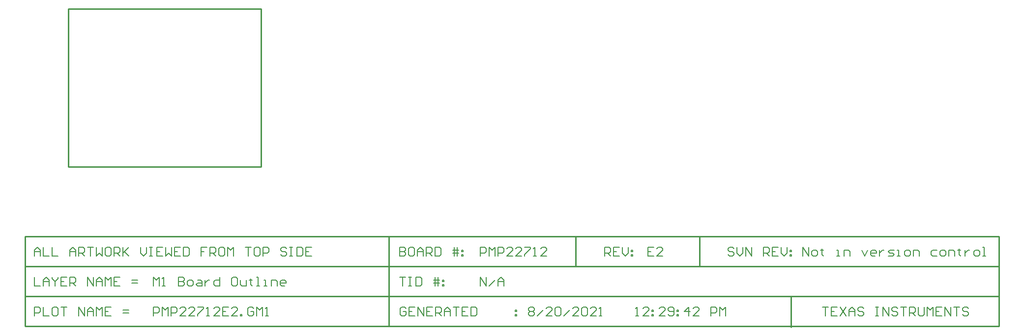
<source format=gm1>
G04*
G04 #@! TF.GenerationSoftware,Altium Limited,Altium Designer,21.6.1 (37)*
G04*
G04 Layer_Color=16711935*
%FSAX44Y44*%
%MOMM*%
G71*
G04*
G04 #@! TF.SameCoordinates,618BDD94-0BF2-4233-98CF-319708F98917*
G04*
G04*
G04 #@! TF.FilePolarity,Positive*
G04*
G01*
G75*
%ADD15C,0.2032*%
%ADD17C,0.2540*%
G54D15*
X00322326Y00171579D02*
Y00186814D01*
X00327404Y00181735D01*
X00332483Y00186814D01*
Y00171579D01*
X00337561D02*
X00342639D01*
X00340100D01*
Y00186814D01*
X00337561Y00184275D01*
X00365492Y00186814D02*
Y00171579D01*
X00373110D01*
X00375649Y00174118D01*
Y00176657D01*
X00373110Y00179196D01*
X00365492D01*
X00373110D01*
X00375649Y00181735D01*
Y00184275D01*
X00373110Y00186814D01*
X00365492D01*
X00383266Y00171579D02*
X00388345D01*
X00390884Y00174118D01*
Y00179196D01*
X00388345Y00181735D01*
X00383266D01*
X00380727Y00179196D01*
Y00174118D01*
X00383266Y00171579D01*
X00398501Y00181735D02*
X00403580D01*
X00406119Y00179196D01*
Y00171579D01*
X00398501D01*
X00395962Y00174118D01*
X00398501Y00176657D01*
X00406119D01*
X00411197Y00181735D02*
Y00171579D01*
Y00176657D01*
X00413736Y00179196D01*
X00416276Y00181735D01*
X00418815D01*
X00436589Y00186814D02*
Y00171579D01*
X00428971D01*
X00426432Y00174118D01*
Y00179196D01*
X00428971Y00181735D01*
X00436589D01*
X00464520Y00186814D02*
X00459442D01*
X00456903Y00184275D01*
Y00174118D01*
X00459442Y00171579D01*
X00464520D01*
X00467059Y00174118D01*
Y00184275D01*
X00464520Y00186814D01*
X00472137Y00181735D02*
Y00174118D01*
X00474677Y00171579D01*
X00482294D01*
Y00181735D01*
X00489912Y00184275D02*
Y00181735D01*
X00487373D01*
X00492451D01*
X00489912D01*
Y00174118D01*
X00492451Y00171579D01*
X00500069D02*
X00505147D01*
X00502608D01*
Y00186814D01*
X00500069D01*
X00512764Y00171579D02*
X00517843D01*
X00515304D01*
Y00181735D01*
X00512764D01*
X00525460Y00171579D02*
Y00181735D01*
X00533078D01*
X00535617Y00179196D01*
Y00171579D01*
X00548313D02*
X00543234D01*
X00540695Y00174118D01*
Y00179196D01*
X00543234Y00181735D01*
X00548313D01*
X00550852Y00179196D01*
Y00176657D01*
X00540695D01*
X01441196Y00223097D02*
Y00238332D01*
X01451353Y00223097D01*
Y00238332D01*
X01458970Y00223097D02*
X01464049D01*
X01466588Y00225636D01*
Y00230714D01*
X01464049Y00233253D01*
X01458970D01*
X01456431Y00230714D01*
Y00225636D01*
X01458970Y00223097D01*
X01474205Y00235793D02*
Y00233253D01*
X01471666D01*
X01476745D01*
X01474205D01*
Y00225636D01*
X01476745Y00223097D01*
X01499597D02*
X01504675D01*
X01502136D01*
Y00233253D01*
X01499597D01*
X01512293Y00223097D02*
Y00233253D01*
X01519910D01*
X01522450Y00230714D01*
Y00223097D01*
X01542763Y00233253D02*
X01547841Y00223097D01*
X01552920Y00233253D01*
X01565616Y00223097D02*
X01560537D01*
X01557998Y00225636D01*
Y00230714D01*
X01560537Y00233253D01*
X01565616D01*
X01568155Y00230714D01*
Y00228175D01*
X01557998D01*
X01573233Y00233253D02*
Y00223097D01*
Y00228175D01*
X01575773Y00230714D01*
X01578312Y00233253D01*
X01580851D01*
X01588468Y00223097D02*
X01596086D01*
X01598625Y00225636D01*
X01596086Y00228175D01*
X01591008D01*
X01588468Y00230714D01*
X01591008Y00233253D01*
X01598625D01*
X01603703Y00223097D02*
X01608782D01*
X01606243D01*
Y00233253D01*
X01603703D01*
X01618938Y00223097D02*
X01624017D01*
X01626556Y00225636D01*
Y00230714D01*
X01624017Y00233253D01*
X01618938D01*
X01616399Y00230714D01*
Y00225636D01*
X01618938Y00223097D01*
X01631634D02*
Y00233253D01*
X01639252D01*
X01641791Y00230714D01*
Y00223097D01*
X01672261Y00233253D02*
X01664644D01*
X01662104Y00230714D01*
Y00225636D01*
X01664644Y00223097D01*
X01672261D01*
X01679879D02*
X01684957D01*
X01687496Y00225636D01*
Y00230714D01*
X01684957Y00233253D01*
X01679879D01*
X01677340Y00230714D01*
Y00225636D01*
X01679879Y00223097D01*
X01692575D02*
Y00233253D01*
X01700192D01*
X01702731Y00230714D01*
Y00223097D01*
X01710349Y00235793D02*
Y00233253D01*
X01707810D01*
X01712888D01*
X01710349D01*
Y00225636D01*
X01712888Y00223097D01*
X01720506Y00233253D02*
Y00223097D01*
Y00228175D01*
X01723045Y00230714D01*
X01725584Y00233253D01*
X01728123D01*
X01738280Y00223097D02*
X01743358D01*
X01745897Y00225636D01*
Y00230714D01*
X01743358Y00233253D01*
X01738280D01*
X01735741Y00230714D01*
Y00225636D01*
X01738280Y00223097D01*
X01750976D02*
X01756054D01*
X01753515D01*
Y00238332D01*
X01750976D01*
X01322829Y00235793D02*
X01320289Y00238332D01*
X01315211D01*
X01312672Y00235793D01*
Y00233253D01*
X01315211Y00230714D01*
X01320289D01*
X01322829Y00228175D01*
Y00225636D01*
X01320289Y00223097D01*
X01315211D01*
X01312672Y00225636D01*
X01327907Y00238332D02*
Y00228175D01*
X01332985Y00223097D01*
X01338064Y00228175D01*
Y00238332D01*
X01343142Y00223097D02*
Y00238332D01*
X01353299Y00223097D01*
Y00238332D01*
X01373612Y00223097D02*
Y00238332D01*
X01381230D01*
X01383769Y00235793D01*
Y00230714D01*
X01381230Y00228175D01*
X01373612D01*
X01378691D02*
X01383769Y00223097D01*
X01399004Y00238332D02*
X01388847D01*
Y00223097D01*
X01399004D01*
X01388847Y00230714D02*
X01393926D01*
X01404082Y00238332D02*
Y00228175D01*
X01409161Y00223097D01*
X01414239Y00228175D01*
Y00238332D01*
X01419317Y00233253D02*
X01421857D01*
Y00230714D01*
X01419317D01*
Y00233253D01*
Y00225636D02*
X01421857D01*
Y00223097D01*
X01419317D01*
Y00225636D01*
X01099820Y00223097D02*
Y00238332D01*
X01107438D01*
X01109977Y00235793D01*
Y00230714D01*
X01107438Y00228175D01*
X01099820D01*
X01104898D02*
X01109977Y00223097D01*
X01125212Y00238332D02*
X01115055D01*
Y00223097D01*
X01125212D01*
X01115055Y00230714D02*
X01120133D01*
X01130290Y00238332D02*
Y00228175D01*
X01135368Y00223097D01*
X01140447Y00228175D01*
Y00238332D01*
X01145525Y00233253D02*
X01148064D01*
Y00230714D01*
X01145525D01*
Y00233253D01*
Y00225636D02*
X01148064D01*
Y00223097D01*
X01145525D01*
Y00225636D01*
X00322326Y00119295D02*
Y00134530D01*
X00329944D01*
X00332483Y00131991D01*
Y00126912D01*
X00329944Y00124373D01*
X00322326D01*
X00337561Y00119295D02*
Y00134530D01*
X00342639Y00129452D01*
X00347718Y00134530D01*
Y00119295D01*
X00352796D02*
Y00134530D01*
X00360414D01*
X00362953Y00131991D01*
Y00126912D01*
X00360414Y00124373D01*
X00352796D01*
X00378188Y00119295D02*
X00368031D01*
X00378188Y00129452D01*
Y00131991D01*
X00375649Y00134530D01*
X00370570D01*
X00368031Y00131991D01*
X00393423Y00119295D02*
X00383266D01*
X00393423Y00129452D01*
Y00131991D01*
X00390884Y00134530D01*
X00385806D01*
X00383266Y00131991D01*
X00398501Y00134530D02*
X00408658D01*
Y00131991D01*
X00398501Y00121834D01*
Y00119295D01*
X00413736D02*
X00418815D01*
X00416276D01*
Y00134530D01*
X00413736Y00131991D01*
X00436589Y00119295D02*
X00426432D01*
X00436589Y00129452D01*
Y00131991D01*
X00434050Y00134530D01*
X00428971D01*
X00426432Y00131991D01*
X00451824Y00134530D02*
X00441667D01*
Y00119295D01*
X00451824D01*
X00441667Y00126912D02*
X00446746D01*
X00467059Y00119295D02*
X00456903D01*
X00467059Y00129452D01*
Y00131991D01*
X00464520Y00134530D01*
X00459442D01*
X00456903Y00131991D01*
X00472137Y00119295D02*
Y00121834D01*
X00474677D01*
Y00119295D01*
X00472137D01*
X00494990Y00131991D02*
X00492451Y00134530D01*
X00487373D01*
X00484833Y00131991D01*
Y00121834D01*
X00487373Y00119295D01*
X00492451D01*
X00494990Y00121834D01*
Y00126912D01*
X00489912D01*
X00500069Y00119295D02*
Y00134530D01*
X00505147Y00129452D01*
X00510225Y00134530D01*
Y00119295D01*
X00515304D02*
X00520382D01*
X00517843D01*
Y00134530D01*
X00515304Y00131991D01*
X00968121D02*
X00970660Y00134530D01*
X00975739D01*
X00978278Y00131991D01*
Y00129452D01*
X00975739Y00126912D01*
X00978278Y00124373D01*
Y00121834D01*
X00975739Y00119295D01*
X00970660D01*
X00968121Y00121834D01*
Y00124373D01*
X00970660Y00126912D01*
X00968121Y00129452D01*
Y00131991D01*
X00970660Y00126912D02*
X00975739D01*
X00983356Y00119295D02*
X00993513Y00129452D01*
X01008748Y00119295D02*
X00998591D01*
X01008748Y00129452D01*
Y00131991D01*
X01006209Y00134530D01*
X01001130D01*
X00998591Y00131991D01*
X01013826D02*
X01016365Y00134530D01*
X01021444D01*
X01023983Y00131991D01*
Y00121834D01*
X01021444Y00119295D01*
X01016365D01*
X01013826Y00121834D01*
Y00131991D01*
X01029061Y00119295D02*
X01039218Y00129452D01*
X01054453Y00119295D02*
X01044296D01*
X01054453Y00129452D01*
Y00131991D01*
X01051914Y00134530D01*
X01046835D01*
X01044296Y00131991D01*
X01059531D02*
X01062071Y00134530D01*
X01067149D01*
X01069688Y00131991D01*
Y00121834D01*
X01067149Y00119295D01*
X01062071D01*
X01059531Y00121834D01*
Y00131991D01*
X01084923Y00119295D02*
X01074766D01*
X01084923Y00129452D01*
Y00131991D01*
X01082384Y00134530D01*
X01077306D01*
X01074766Y00131991D01*
X01090002Y00119295D02*
X01095080D01*
X01092541D01*
Y00134530D01*
X01090002Y00131991D01*
X00757425D02*
X00754885Y00134530D01*
X00749807D01*
X00747268Y00131991D01*
Y00121834D01*
X00749807Y00119295D01*
X00754885D01*
X00757425Y00121834D01*
Y00126912D01*
X00752346D01*
X00772660Y00134530D02*
X00762503D01*
Y00119295D01*
X00772660D01*
X00762503Y00126912D02*
X00767581D01*
X00777738Y00119295D02*
Y00134530D01*
X00787895Y00119295D01*
Y00134530D01*
X00803130D02*
X00792973D01*
Y00119295D01*
X00803130D01*
X00792973Y00126912D02*
X00798052D01*
X00808208Y00119295D02*
Y00134530D01*
X00815826D01*
X00818365Y00131991D01*
Y00126912D01*
X00815826Y00124373D01*
X00808208D01*
X00813287D02*
X00818365Y00119295D01*
X00823443D02*
Y00129452D01*
X00828522Y00134530D01*
X00833600Y00129452D01*
Y00119295D01*
Y00126912D01*
X00823443D01*
X00838678Y00134530D02*
X00848835D01*
X00843757D01*
Y00119295D01*
X00864070Y00134530D02*
X00853913D01*
Y00119295D01*
X00864070D01*
X00853913Y00126912D02*
X00858992D01*
X00869149Y00134530D02*
Y00119295D01*
X00876766D01*
X00879305Y00121834D01*
Y00131991D01*
X00876766Y00134530D01*
X00869149D01*
X00945324Y00129452D02*
X00947863D01*
Y00126912D01*
X00945324D01*
Y00129452D01*
Y00121834D02*
X00947863D01*
Y00119295D01*
X00945324D01*
Y00121834D01*
X00117729Y00223097D02*
Y00233253D01*
X00122807Y00238332D01*
X00127886Y00233253D01*
Y00223097D01*
Y00230714D01*
X00117729D01*
X00132964Y00238332D02*
Y00223097D01*
X00143121D01*
X00148199Y00238332D02*
Y00223097D01*
X00158356D01*
X00178669D02*
Y00233253D01*
X00183748Y00238332D01*
X00188826Y00233253D01*
Y00223097D01*
Y00230714D01*
X00178669D01*
X00193904Y00223097D02*
Y00238332D01*
X00201522D01*
X00204061Y00235793D01*
Y00230714D01*
X00201522Y00228175D01*
X00193904D01*
X00198983D02*
X00204061Y00223097D01*
X00209139Y00238332D02*
X00219296D01*
X00214218D01*
Y00223097D01*
X00224375Y00238332D02*
Y00223097D01*
X00229453Y00228175D01*
X00234531Y00223097D01*
Y00238332D01*
X00247227D02*
X00242149D01*
X00239610Y00235793D01*
Y00225636D01*
X00242149Y00223097D01*
X00247227D01*
X00249766Y00225636D01*
Y00235793D01*
X00247227Y00238332D01*
X00254845Y00223097D02*
Y00238332D01*
X00262462D01*
X00265001Y00235793D01*
Y00230714D01*
X00262462Y00228175D01*
X00254845D01*
X00259923D02*
X00265001Y00223097D01*
X00270080Y00238332D02*
Y00223097D01*
Y00228175D01*
X00280236Y00238332D01*
X00272619Y00230714D01*
X00280236Y00223097D01*
X00300550Y00238332D02*
Y00228175D01*
X00305628Y00223097D01*
X00310707Y00228175D01*
Y00238332D01*
X00315785D02*
X00320863D01*
X00318324D01*
Y00223097D01*
X00315785D01*
X00320863D01*
X00338638Y00238332D02*
X00328481D01*
Y00223097D01*
X00338638D01*
X00328481Y00230714D02*
X00333559D01*
X00343716Y00238332D02*
Y00223097D01*
X00348794Y00228175D01*
X00353873Y00223097D01*
Y00238332D01*
X00369108D02*
X00358951D01*
Y00223097D01*
X00369108D01*
X00358951Y00230714D02*
X00364029D01*
X00374186Y00238332D02*
Y00223097D01*
X00381804D01*
X00384343Y00225636D01*
Y00235793D01*
X00381804Y00238332D01*
X00374186D01*
X00414813D02*
X00404656D01*
Y00230714D01*
X00409734D01*
X00404656D01*
Y00223097D01*
X00419891D02*
Y00238332D01*
X00427509D01*
X00430048Y00235793D01*
Y00230714D01*
X00427509Y00228175D01*
X00419891D01*
X00424970D02*
X00430048Y00223097D01*
X00442744Y00238332D02*
X00437665D01*
X00435126Y00235793D01*
Y00225636D01*
X00437665Y00223097D01*
X00442744D01*
X00445283Y00225636D01*
Y00235793D01*
X00442744Y00238332D01*
X00450361Y00223097D02*
Y00238332D01*
X00455440Y00233253D01*
X00460518Y00238332D01*
Y00223097D01*
X00480832Y00238332D02*
X00490988D01*
X00485910D01*
Y00223097D01*
X00503684Y00238332D02*
X00498606D01*
X00496067Y00235793D01*
Y00225636D01*
X00498606Y00223097D01*
X00503684D01*
X00506223Y00225636D01*
Y00235793D01*
X00503684Y00238332D01*
X00511302Y00223097D02*
Y00238332D01*
X00518919D01*
X00521458Y00235793D01*
Y00230714D01*
X00518919Y00228175D01*
X00511302D01*
X00551929Y00235793D02*
X00549389Y00238332D01*
X00544311D01*
X00541772Y00235793D01*
Y00233253D01*
X00544311Y00230714D01*
X00549389D01*
X00551929Y00228175D01*
Y00225636D01*
X00549389Y00223097D01*
X00544311D01*
X00541772Y00225636D01*
X00557007Y00238332D02*
X00562085D01*
X00559546D01*
Y00223097D01*
X00557007D01*
X00562085D01*
X00569703Y00238332D02*
Y00223097D01*
X00577320D01*
X00579860Y00225636D01*
Y00235793D01*
X00577320Y00238332D01*
X00569703D01*
X00595095D02*
X00584938D01*
Y00223097D01*
X00595095D01*
X00584938Y00230714D02*
X00590016D01*
X01184018Y00238332D02*
X01173861D01*
Y00223097D01*
X01184018D01*
X01173861Y00230714D02*
X01178939D01*
X01199253Y00223097D02*
X01189096D01*
X01199253Y00233253D01*
Y00235793D01*
X01196714Y00238332D01*
X01191635D01*
X01189096Y00235793D01*
X00885317Y00223097D02*
Y00238332D01*
X00892934D01*
X00895474Y00235793D01*
Y00230714D01*
X00892934Y00228175D01*
X00885317D01*
X00900552Y00223097D02*
Y00238332D01*
X00905630Y00233253D01*
X00910709Y00238332D01*
Y00223097D01*
X00915787D02*
Y00238332D01*
X00923405D01*
X00925944Y00235793D01*
Y00230714D01*
X00923405Y00228175D01*
X00915787D01*
X00941179Y00223097D02*
X00931022D01*
X00941179Y00233253D01*
Y00235793D01*
X00938640Y00238332D01*
X00933561D01*
X00931022Y00235793D01*
X00956414Y00223097D02*
X00946257D01*
X00956414Y00233253D01*
Y00235793D01*
X00953875Y00238332D01*
X00948796D01*
X00946257Y00235793D01*
X00961492Y00238332D02*
X00971649D01*
Y00235793D01*
X00961492Y00225636D01*
Y00223097D01*
X00976727D02*
X00981806D01*
X00979267D01*
Y00238332D01*
X00976727Y00235793D01*
X00999580Y00223097D02*
X00989423D01*
X00999580Y00233253D01*
Y00235793D01*
X00997041Y00238332D01*
X00991963D01*
X00989423Y00235793D01*
X00746760Y00238332D02*
Y00223097D01*
X00754378D01*
X00756917Y00225636D01*
Y00228175D01*
X00754378Y00230714D01*
X00746760D01*
X00754378D01*
X00756917Y00233253D01*
Y00235793D01*
X00754378Y00238332D01*
X00746760D01*
X00769613D02*
X00764534D01*
X00761995Y00235793D01*
Y00225636D01*
X00764534Y00223097D01*
X00769613D01*
X00772152Y00225636D01*
Y00235793D01*
X00769613Y00238332D01*
X00777230Y00223097D02*
Y00233253D01*
X00782309Y00238332D01*
X00787387Y00233253D01*
Y00223097D01*
Y00230714D01*
X00777230D01*
X00792465Y00223097D02*
Y00238332D01*
X00800083D01*
X00802622Y00235793D01*
Y00230714D01*
X00800083Y00228175D01*
X00792465D01*
X00797544D02*
X00802622Y00223097D01*
X00807700Y00238332D02*
Y00223097D01*
X00815318D01*
X00817857Y00225636D01*
Y00235793D01*
X00815318Y00238332D01*
X00807700D01*
X00840710Y00223097D02*
Y00238332D01*
X00845788D02*
Y00223097D01*
X00838170Y00233253D02*
X00845788D01*
X00848327D01*
X00838170Y00228175D02*
X00848327D01*
X00853406Y00233253D02*
X00855945D01*
Y00230714D01*
X00853406D01*
Y00233253D01*
Y00225636D02*
X00855945D01*
Y00223097D01*
X00853406D01*
Y00225636D01*
X00117729Y00186814D02*
Y00171579D01*
X00127886D01*
X00132964D02*
Y00181735D01*
X00138042Y00186814D01*
X00143121Y00181735D01*
Y00171579D01*
Y00179196D01*
X00132964D01*
X00148199Y00186814D02*
Y00184275D01*
X00153278Y00179196D01*
X00158356Y00184275D01*
Y00186814D01*
X00153278Y00179196D02*
Y00171579D01*
X00173591Y00186814D02*
X00163434D01*
Y00171579D01*
X00173591D01*
X00163434Y00179196D02*
X00168513D01*
X00178669Y00171579D02*
Y00186814D01*
X00186287D01*
X00188826Y00184275D01*
Y00179196D01*
X00186287Y00176657D01*
X00178669D01*
X00183748D02*
X00188826Y00171579D01*
X00209139D02*
Y00186814D01*
X00219296Y00171579D01*
Y00186814D01*
X00224375Y00171579D02*
Y00181735D01*
X00229453Y00186814D01*
X00234531Y00181735D01*
Y00171579D01*
Y00179196D01*
X00224375D01*
X00239610Y00171579D02*
Y00186814D01*
X00244688Y00181735D01*
X00249766Y00186814D01*
Y00171579D01*
X00265001Y00186814D02*
X00254845D01*
Y00171579D01*
X00265001D01*
X00254845Y00179196D02*
X00259923D01*
X00285315Y00176657D02*
X00295471D01*
X00285315Y00181735D02*
X00295471D01*
X00117729Y00119295D02*
Y00134530D01*
X00125346D01*
X00127886Y00131991D01*
Y00126912D01*
X00125346Y00124373D01*
X00117729D01*
X00132964Y00134530D02*
Y00119295D01*
X00143121D01*
X00155817Y00134530D02*
X00150738D01*
X00148199Y00131991D01*
Y00121834D01*
X00150738Y00119295D01*
X00155817D01*
X00158356Y00121834D01*
Y00131991D01*
X00155817Y00134530D01*
X00163434D02*
X00173591D01*
X00168513D01*
Y00119295D01*
X00193904D02*
Y00134530D01*
X00204061Y00119295D01*
Y00134530D01*
X00209139Y00119295D02*
Y00129452D01*
X00214218Y00134530D01*
X00219296Y00129452D01*
Y00119295D01*
Y00126912D01*
X00209139D01*
X00224375Y00119295D02*
Y00134530D01*
X00229453Y00129452D01*
X00234531Y00134530D01*
Y00119295D01*
X00249766Y00134530D02*
X00239610D01*
Y00119295D01*
X00249766D01*
X00239610Y00126912D02*
X00244688D01*
X00270080Y00124373D02*
X00280236D01*
X00270080Y00129452D02*
X00280236D01*
X01153287Y00119295D02*
X01158365D01*
X01155826D01*
Y00134530D01*
X01153287Y00131991D01*
X01176140Y00119295D02*
X01165983D01*
X01176140Y00129452D01*
Y00131991D01*
X01173600Y00134530D01*
X01168522D01*
X01165983Y00131991D01*
X01181218Y00129452D02*
X01183757D01*
Y00126912D01*
X01181218D01*
Y00129452D01*
Y00121834D02*
X01183757D01*
Y00119295D01*
X01181218D01*
Y00121834D01*
X01204071Y00119295D02*
X01193914D01*
X01204071Y00129452D01*
Y00131991D01*
X01201531Y00134530D01*
X01196453D01*
X01193914Y00131991D01*
X01209149Y00121834D02*
X01211688Y00119295D01*
X01216767D01*
X01219306Y00121834D01*
Y00131991D01*
X01216767Y00134530D01*
X01211688D01*
X01209149Y00131991D01*
Y00129452D01*
X01211688Y00126912D01*
X01219306D01*
X01224384Y00129452D02*
X01226923D01*
Y00126912D01*
X01224384D01*
Y00129452D01*
Y00121834D02*
X01226923D01*
Y00119295D01*
X01224384D01*
Y00121834D01*
X01244697Y00119295D02*
Y00134530D01*
X01237080Y00126912D01*
X01247237D01*
X01262472Y00119295D02*
X01252315D01*
X01262472Y00129452D01*
Y00131991D01*
X01259932Y00134530D01*
X01254854D01*
X01252315Y00131991D01*
X01282785Y00119295D02*
Y00134530D01*
X01290403D01*
X01292942Y00131991D01*
Y00126912D01*
X01290403Y00124373D01*
X01282785D01*
X01298020Y00119295D02*
Y00134530D01*
X01303098Y00129452D01*
X01308177Y00134530D01*
Y00119295D01*
X01474470Y00134530D02*
X01484627D01*
X01479548D01*
Y00119295D01*
X01499862Y00134530D02*
X01489705D01*
Y00119295D01*
X01499862D01*
X01489705Y00126912D02*
X01494783D01*
X01504940Y00134530D02*
X01515097Y00119295D01*
Y00134530D02*
X01504940Y00119295D01*
X01520175D02*
Y00129452D01*
X01525254Y00134530D01*
X01530332Y00129452D01*
Y00119295D01*
Y00126912D01*
X01520175D01*
X01545567Y00131991D02*
X01543028Y00134530D01*
X01537950D01*
X01535410Y00131991D01*
Y00129452D01*
X01537950Y00126912D01*
X01543028D01*
X01545567Y00124373D01*
Y00121834D01*
X01543028Y00119295D01*
X01537950D01*
X01535410Y00121834D01*
X01565880Y00134530D02*
X01570959D01*
X01568420D01*
Y00119295D01*
X01565880D01*
X01570959D01*
X01578576D02*
Y00134530D01*
X01588733Y00119295D01*
Y00134530D01*
X01603968Y00131991D02*
X01601429Y00134530D01*
X01596351D01*
X01593811Y00131991D01*
Y00129452D01*
X01596351Y00126912D01*
X01601429D01*
X01603968Y00124373D01*
Y00121834D01*
X01601429Y00119295D01*
X01596351D01*
X01593811Y00121834D01*
X01609046Y00134530D02*
X01619203D01*
X01614125D01*
Y00119295D01*
X01624281D02*
Y00134530D01*
X01631899D01*
X01634438Y00131991D01*
Y00126912D01*
X01631899Y00124373D01*
X01624281D01*
X01629360D02*
X01634438Y00119295D01*
X01639517Y00134530D02*
Y00121834D01*
X01642056Y00119295D01*
X01647134D01*
X01649673Y00121834D01*
Y00134530D01*
X01654752Y00119295D02*
Y00134530D01*
X01659830Y00129452D01*
X01664908Y00134530D01*
Y00119295D01*
X01680143Y00134530D02*
X01669987D01*
Y00119295D01*
X01680143D01*
X01669987Y00126912D02*
X01675065D01*
X01685222Y00119295D02*
Y00134530D01*
X01695379Y00119295D01*
Y00134530D01*
X01700457D02*
X01710614D01*
X01705535D01*
Y00119295D01*
X01725849Y00131991D02*
X01723309Y00134530D01*
X01718231D01*
X01715692Y00131991D01*
Y00129452D01*
X01718231Y00126912D01*
X01723309D01*
X01725849Y00124373D01*
Y00121834D01*
X01723309Y00119295D01*
X01718231D01*
X01715692Y00121834D01*
X00746760Y00186685D02*
X00756917D01*
X00751838D01*
Y00171450D01*
X00761995Y00186685D02*
X00767073D01*
X00764534D01*
Y00171450D01*
X00761995D01*
X00767073D01*
X00774691Y00186685D02*
Y00171450D01*
X00782309D01*
X00784848Y00173989D01*
Y00184146D01*
X00782309Y00186685D01*
X00774691D01*
X00807700Y00171450D02*
Y00186685D01*
X00812779D02*
Y00171450D01*
X00805161Y00181607D02*
X00812779D01*
X00815318D01*
X00805161Y00176528D02*
X00815318D01*
X00820396Y00181607D02*
X00822935D01*
Y00179067D01*
X00820396D01*
Y00181607D01*
Y00173989D02*
X00822935D01*
Y00171450D01*
X00820396D01*
Y00173989D01*
X00885317Y00171450D02*
Y00186685D01*
X00895474Y00171450D01*
Y00186685D01*
X00900552Y00171450D02*
X00910709Y00181607D01*
X00915787Y00171450D02*
Y00181607D01*
X00920865Y00186685D01*
X00925944Y00181607D01*
Y00171450D01*
Y00179067D01*
X00915787D01*
G54D17*
X00175768Y00649636D02*
X00175768Y00377136D01*
X00175768Y00649636D02*
X00508268Y00649636D01*
X00508268Y00377136D01*
X00175768Y00377136D02*
X00508268Y00377136D01*
X01262888Y00205020D02*
Y00256667D01*
X01049528Y00205020D02*
Y00256667D01*
X00101600Y00205020D02*
X01778508D01*
X00101600Y00153374D02*
X01778000D01*
X00101600Y00101727D02*
X01118870D01*
X00101727Y00256667D02*
X01778508D01*
X00101727Y00101727D02*
Y00256667D01*
Y00101727D02*
X00501904D01*
X00101600D02*
Y00256667D01*
X00727710Y00101727D02*
Y00256667D01*
X01778508Y00101727D02*
Y00256667D01*
X01118870Y00101727D02*
X01778508D01*
X01420876Y00100076D02*
Y00151596D01*
M02*

</source>
